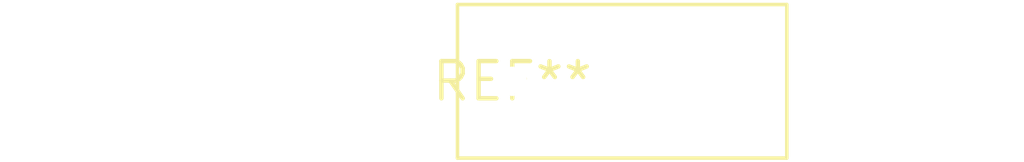
<source format=kicad_pcb>
(kicad_pcb (version 20240108) (generator pcbnew)
  (layers (0 "F.Cu" signal) (31 "B.Cu" signal) (34 "B.Paste" user) (35 "F.Paste" user) (36 "B.SilkS" user "B.Silkscreen") (37 "F.SilkS" user "F.Silkscreen") (38 "B.Mask" user) (39 "F.Mask" user) (44 "Edge.Cuts" user))
  (net 0 "")
  (footprint "C_Disc_D11.0mm_W5.0mm_P7.50mm" (layer "F.Cu") (at 0 0)
    (property "Reference" "REF**")
    (property "Value" "C_Disc_D11.0mm_W5.0mm_P7.50mm")
    (fp_line (start -1.87 -2.62) (end -1.87 2.62) (layer "F.SilkS") (stroke (width 0.12)))
    (fp_line (start -1.87 -2.62) (end 9.37 -2.62) (layer "F.SilkS") (stroke (width 0.12)))
    (fp_line (start -1.87 2.62) (end 9.37 2.62) (layer "F.SilkS") (stroke (width 0.12)))
    (fp_line (start 9.37 -2.62) (end 9.37 2.62) (layer "F.SilkS") (stroke (width 0.12)))
    (pad "1" thru_hole circle (at 0 0) (size 2 2) (drill 1) (layers *.Cu *.Mask) (remove_unused_layers))
    (pad "2" thru_hole circle (at 7.5 0) (size 2 2) (drill 1) (layers *.Cu *.Mask) (remove_unused_layers))
  )
)
</source>
